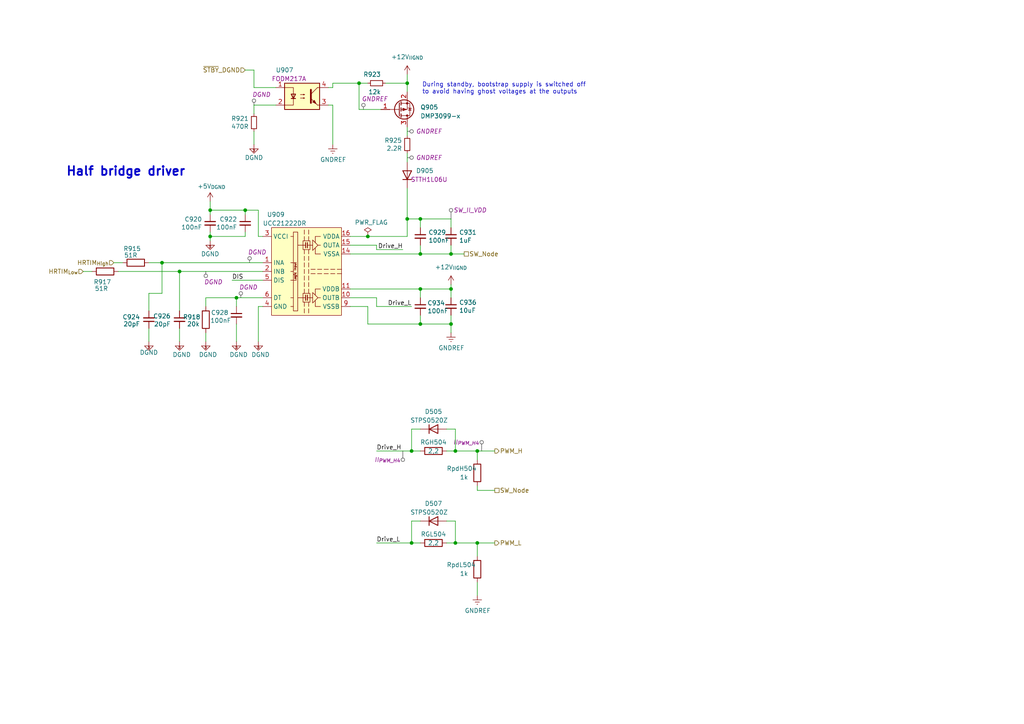
<source format=kicad_sch>
(kicad_sch (version 20250114) (generator "eeschema") (generator_version "9.0")
  (paper "A4")
  (title_block (title "Micro-inverter - 400W") (date "2024-02-06") (comment 1 "JAL"))
  (lib_symbols
    (symbol "D_Schottky_1" (pin_numbers (hide yes)) (pin_names (offset 1.016) (hide yes))
      (property "Reference" "D201" (at 1.27 2.54 90))
      (property "manf#" "PU3DBH" (at 5.08 0 90))
      (symbol "D_Schottky_1_0_1"
        (polyline (pts (xy 1.27 1.27) (xy 1.27 -1.27) (xy -1.27 0) (xy 1.27 1.27)) (stroke (width 0.254)))
        (polyline (pts (xy 1.27 0) (xy -1.27 0)))
      )
      (symbol "D_Schottky_1_1_1"
        (polyline (pts (xy -1.27 1.27) (xy -1.27 -1.27)) (stroke (width 0.254)))
        (pin passive line (at -3.81 0 0) (length 2.54) (name "K") (number "1"))
        (pin passive line (at 3.81 0 180) (length 2.54) (name "A") (number "2"))
      )
    )
    (symbol "Device:C_Small" (pin_numbers (hide yes)) (pin_names (offset 0.254) (hide yes))
      (property "Reference" "C" (at 0.254 1.778 0))
      (property "Value" "C_Small" (at 0.254 -2.032 0))
      (symbol "C_Small_0_1"
        (polyline (pts (xy -1.524 0.508) (xy 1.524 0.508)) (stroke (width 0.3048)))
        (polyline (pts (xy -1.524 -0.508) (xy 1.524 -0.508)) (stroke (width 0.3302)))
      )
      (symbol "C_Small_1_1"
        (pin passive line (at 0 2.54 270) (length 2.032) (name "~") (number "1"))
        (pin passive line (at 0 -2.54 90) (length 2.032) (name "~") (number "2"))
      )
    )
    (symbol "Device:D" (pin_numbers (hide yes)) (pin_names (offset 1.016) (hide yes))
      (property "Reference" "D" (at 0 2.54 0))
      (property "Value" "D" (at 0 -2.54 0))
      (symbol "D_0_1"
        (polyline (pts (xy -1.27 1.27) (xy -1.27 -1.27)) (stroke (width 0.254)))
        (polyline (pts (xy 1.27 1.27) (xy 1.27 -1.27) (xy -1.27 0) (xy 1.27 1.27)) (stroke (width 0.254)))
        (polyline (pts (xy 1.27 0) (xy -1.27 0)))
      )
      (symbol "D_1_1"
        (pin passive line (at -3.81 0 0) (length 2.54) (name "K") (number "1"))
        (pin passive line (at 3.81 0 180) (length 2.54) (name "A") (number "2"))
      )
    )
    (symbol "Device:Q_PMOS_GSD" (pin_names (offset 0) (hide yes))
      (property "Reference" "Q" (at 5.08 1.27 0))
      (property "Value" "Q_PMOS_GSD" (at 5.08 -1.27 0))
      (symbol "Q_PMOS_GSD_0_1"
        (polyline (pts (xy 0.254 1.905) (xy 0.254 -1.905)) (stroke (width 0.254)))
        (polyline (pts (xy 0.254 0) (xy -2.54 0)))
        (polyline (pts (xy 0.762 2.286) (xy 0.762 1.27)) (stroke (width 0.254)))
        (polyline (pts (xy 0.762 1.778) (xy 3.302 1.778) (xy 3.302 -1.778) (xy 0.762 -1.778)))
        (polyline (pts (xy 0.762 0.508) (xy 0.762 -0.508)) (stroke (width 0.254)))
        (polyline (pts (xy 0.762 -1.27) (xy 0.762 -2.286)) (stroke (width 0.254)))
        (circle (center 1.651 0) (radius 2.794) (stroke (width 0.254)))
        (polyline (pts (xy 2.286 0) (xy 1.27 0.381) (xy 1.27 -0.381) (xy 2.286 0)) (fill (type outline)))
        (polyline (pts (xy 2.54 2.54) (xy 2.54 1.778)))
        (circle (center 2.54 1.778) (radius 0.254) (fill (type outline)))
        (circle (center 2.54 -1.778) (radius 0.254) (fill (type outline)))
        (polyline (pts (xy 2.54 -2.54) (xy 2.54 0) (xy 0.762 0)))
        (polyline (pts (xy 2.794 -0.508) (xy 2.921 -0.381) (xy 3.683 -0.381) (xy 3.81 -0.254)))
        (polyline (pts (xy 3.302 -0.381) (xy 2.921 0.254) (xy 3.683 0.254) (xy 3.302 -0.381)))
      )
      (symbol "Q_PMOS_GSD_1_1"
        (pin input line (at -5.08 0 0) (length 2.54) (name "G") (number "1"))
        (pin passive line (at 2.54 5.08 270) (length 2.54) (name "D") (number "3"))
        (pin passive line (at 2.54 -5.08 90) (length 2.54) (name "S") (number "2"))
      )
    )
    (symbol "Device:R" (pin_numbers (hide yes)) (pin_names (offset 0))
      (property "Reference" "R" (at 2.032 0 90))
      (property "Value" "R" (at 0 0 90))
      (symbol "R_0_1"
        (rectangle (start -1.016 -2.54) (end 1.016 2.54) (stroke (width 0.254)))
      )
      (symbol "R_1_1"
        (pin passive line (at 0 3.81 270) (length 1.27) (name "~") (number "1"))
        (pin passive line (at 0 -3.81 90) (length 1.27) (name "~") (number "2"))
      )
    )
    (symbol "Device:R_Small" (pin_numbers (hide yes)) (pin_names (offset 0.254) (hide yes))
      (property "Reference" "R" (at 0.762 0.508 0))
      (property "Value" "R_Small" (at 0.762 -1.016 0))
      (symbol "R_Small_0_1"
        (rectangle (start -0.762 1.778) (end 0.762 -1.778) (stroke (width 0.2032)))
      )
      (symbol "R_Small_1_1"
        (pin passive line (at 0 2.54 270) (length 0.762) (name "~") (number "1"))
        (pin passive line (at 0 -2.54 90) (length 0.762) (name "~") (number "2"))
      )
    )
    (symbol "Driver_FET:UCC21520DW"
      (property "Reference" "U" (at 0 16.51 0))
      (property "Value" "UCC21520DW" (at 0 13.97 0))
      (symbol "UCC21520DW_0_0"
        (polyline (pts (xy -0.635 12.065) (xy -0.635 10.795)))
        (polyline (pts (xy -0.635 10.16) (xy -0.635 8.89)))
        (polyline (pts (xy -0.635 6.35) (xy -0.635 5.08)))
        (polyline (pts (xy -0.254 8.382) (xy -0.254 6.858)) (stroke (width 0.254)))
        (polyline (pts (xy -0.254 7.62) (xy -2.54 7.62)))
        (polyline (pts (xy -0.254 -6.858) (xy -0.254 -8.382)) (stroke (width 0.254)))
        (polyline (pts (xy -0.254 -7.62) (xy -2.54 -7.62)))
        (polyline (pts (xy 0.254 8.382) (xy 0.254 6.858)) (stroke (width 0.254)))
        (polyline (pts (xy 0.254 7.62) (xy 1.778 7.62)))
        (polyline (pts (xy 0.254 -6.858) (xy 0.254 -8.382)) (stroke (width 0.254)))
        (polyline (pts (xy 0.254 -7.62) (xy 1.778 -7.62)))
        (polyline (pts (xy 0.635 10.795) (xy 0.635 12.065)))
        (polyline (pts (xy 0.635 8.89) (xy 0.635 10.16)))
        (polyline (pts (xy 0.635 6.35) (xy 0.635 5.08)))
        (rectangle (start 1.016 8.89) (end -1.016 6.35))
        (rectangle (start 1.016 -6.35) (end -1.016 -8.89))
        (polyline (pts (xy 2.54 0.635) (xy 1.27 0.635)))
        (polyline (pts (xy 2.54 -0.635) (xy 1.27 -0.635)))
        (polyline (pts (xy 3.302 7.62) (xy 1.778 6.096) (xy 1.778 9.144) (xy 3.302 7.62)))
        (polyline (pts (xy 3.302 -7.62) (xy 1.778 -9.144) (xy 1.778 -6.096) (xy 3.302 -7.62)))
        (polyline (pts (xy 4.064 10.16) (xy 2.54 10.16) (xy 2.54 8.382)))
        (polyline (pts (xy 4.064 7.62) (xy 3.302 7.62)))
        (polyline (pts (xy 4.064 5.08) (xy 2.54 5.08) (xy 2.54 6.858)))
        (polyline (pts (xy 4.064 -5.08) (xy 2.54 -5.08) (xy 2.54 -6.858)))
        (polyline (pts (xy 4.064 -7.62) (xy 3.302 -7.62)))
        (polyline (pts (xy 4.064 -10.16) (xy 2.54 -10.16) (xy 2.54 -8.382)))
        (polyline (pts (xy 4.445 0.635) (xy 3.175 0.635)))
        (polyline (pts (xy 4.445 -0.635) (xy 3.175 -0.635)))
        (polyline (pts (xy 6.35 0.635) (xy 5.08 0.635)))
        (polyline (pts (xy 6.35 -0.635) (xy 5.08 -0.635)))
        (polyline (pts (xy 8.255 0.635) (xy 6.985 0.635)))
        (polyline (pts (xy 8.255 -0.635) (xy 6.985 -0.635)))
        (polyline (pts (xy 10.16 0.635) (xy 8.89 0.635)))
        (polyline (pts (xy 10.16 -0.635) (xy 8.89 -0.635)))
        (text "Logic Input" (at -3.302 0 900) (effects (font (size 0.635 0.635))))
      )
      (symbol "UCC21520DW_0_1"
        (rectangle (start -3.81 11.43) (end -2.54 -11.43))
        (polyline (pts (xy -3.81 10.16) (xy -4.572 10.16)))
        (polyline (pts (xy -3.81 2.54) (xy -4.572 2.54)))
        (polyline (pts (xy -3.81 0) (xy -4.572 0)))
        (polyline (pts (xy -3.81 -2.54) (xy -4.572 -2.54)))
        (polyline (pts (xy -3.81 -7.62) (xy -4.572 -7.62)))
        (polyline (pts (xy -3.81 -10.16) (xy -4.572 -10.16)))
        (polyline (pts (xy -0.635 4.445) (xy -0.635 3.175)))
        (polyline (pts (xy -0.635 2.54) (xy -0.635 1.27)))
        (polyline (pts (xy -0.635 0.635) (xy -0.635 -0.635)))
        (polyline (pts (xy -0.635 -1.27) (xy -0.635 -2.54)))
        (polyline (pts (xy -0.635 -3.175) (xy -0.635 -4.445)))
        (polyline (pts (xy -0.635 -5.08) (xy -0.635 -6.35)))
        (polyline (pts (xy -0.635 -8.89) (xy -0.635 -10.16)))
        (polyline (pts (xy -0.635 -10.795) (xy -0.635 -12.065)))
        (polyline (pts (xy 0.635 4.445) (xy 0.635 3.175)))
        (polyline (pts (xy 0.635 2.54) (xy 0.635 1.27)))
        (polyline (pts (xy 0.635 0.635) (xy 0.635 -0.635)))
        (polyline (pts (xy 0.635 -1.27) (xy 0.635 -2.54)))
        (polyline (pts (xy 0.635 -3.175) (xy 0.635 -4.445)))
        (polyline (pts (xy 0.635 -5.08) (xy 0.635 -6.35)))
        (polyline (pts (xy 0.635 -8.89) (xy 0.635 -10.16)))
        (polyline (pts (xy 0.635 -10.795) (xy 0.635 -12.065)))
        (rectangle (start 10.16 12.7) (end -10.16 -12.7) (fill (type background)))
      )
      (symbol "UCC21520DW_1_1"
        (pin power_in line (at -12.7 10.16 0) (length 2.54) (name "VCCI") (number "3"))
        (pin passive line (at -12.7 10.16 0) (length 2.54) (hide yes) (name "VCCI") (number "8"))
        (pin input line (at -12.7 2.54 0) (length 2.54) (name "INA") (number "1"))
        (pin input line (at -12.7 0 0) (length 2.54) (name "INB") (number "2"))
        (pin input line (at -12.7 -2.54 0) (length 2.54) (name "DIS") (number "5"))
        (pin passive line (at -12.7 -7.62 0) (length 2.54) (name "DT") (number "6"))
        (pin power_in line (at -12.7 -10.16 0) (length 2.54) (name "GND") (number "4"))
        (pin no_connect line (at -10.16 -5.08 0) (length 2.54) (hide yes) (name "NC") (number "7"))
        (pin no_connect line (at 10.16 2.54 180) (length 2.54) (hide yes) (name "NC") (number "13"))
        (pin no_connect line (at 10.16 -2.54 180) (length 2.54) (hide yes) (name "NC") (number "12"))
        (pin power_in line (at 12.7 10.16 180) (length 2.54) (name "VDDA") (number "16"))
        (pin output line (at 12.7 7.62 180) (length 2.54) (name "OUTA") (number "15"))
        (pin power_in line (at 12.7 5.08 180) (length 2.54) (name "VSSA") (number "14"))
        (pin power_in line (at 12.7 -5.08 180) (length 2.54) (name "VDDB") (number "11"))
        (pin output line (at 12.7 -7.62 180) (length 2.54) (name "OUTB") (number "10"))
        (pin power_in line (at 12.7 -10.16 180) (length 2.54) (name "VSSB") (number "9"))
      )
    )
    (symbol "Symbols:+12V_PGND" (power) (in_bom no) (on_board no)
      (property "Value" "+12V_PGND" (at -0.127 3.81 0))
      (symbol "+12V_PGND_0_1"
        (polyline (pts (xy -0.762 1.27) (xy 0 2.54)))
        (polyline (pts (xy 0 2.54) (xy 0.762 1.27)))
        (polyline (pts (xy 0 0) (xy 0 2.54)))
      )
      (symbol "+12V_PGND_1_1"
        (pin power_in line (at 0 0 90) (length 0) (hide yes) (name "+12V_PGND") (number "1"))
      )
    )
    (symbol "Symbols:+5V_DGND" (power) (in_bom no) (on_board no)
      (property "Value" "+5V_DGND" (at -0.127 3.81 0))
      (symbol "+5V_DGND_0_1"
        (polyline (pts (xy -0.762 1.27) (xy 0 2.54)))
        (polyline (pts (xy 0 2.54) (xy 0.762 1.27)))
        (polyline (pts (xy 0 0) (xy 0 2.54)))
      )
      (symbol "+5V_DGND_1_1"
        (pin power_in line (at 0 0 90) (length 0) (hide yes) (name "+5V_DGND") (number "1"))
      )
    )
    (symbol "Symbols:DGND" (power) (pin_names (offset 0))
      (property "Value" "DGND" (at 0 -3.81 0))
      (symbol "DGND_0_0"
        (text "D" (at 0 -1.778 0) (effects (font (size 0.63 0.63))))
      )
      (symbol "DGND_0_1"
        (polyline (pts (xy 0 0) (xy 0 -1.27) (xy 1.27 -1.27) (xy 0 -2.54) (xy -1.27 -1.27) (xy 0 -1.27)))
      )
      (symbol "DGND_1_1"
        (pin power_in line (at 0 0 270) (length 0) (hide yes) (name "DGND") (number "1"))
      )
    )
    (symbol "Symbols:FODM217A"
      (property "Reference" "U207" (at -5.08 7.62 0))
      (property "manf#" "FODM217A" (at -3.81 5.08 0))
      (symbol "FODM217A_1_1"
        (rectangle (start -5.08 3.81) (end 5.08 -3.81) (stroke (width 0.254)) (fill (type background)))
        (polyline (pts (xy -5.08 2.54) (xy -2.54 2.54) (xy -2.54 -0.762)))
        (polyline (pts (xy -3.175 -0.635) (xy -1.905 -0.635)) (stroke (width 0.254)))
        (polyline (pts (xy -2.54 -0.635) (xy -2.54 -2.54) (xy -5.08 -2.54)))
        (polyline (pts (xy -2.54 -0.635) (xy -3.175 0.635) (xy -1.905 0.635) (xy -2.54 -0.635)) (stroke (width 0.254)))
        (polyline (pts (xy -0.508 0.508) (xy 0.762 0.508) (xy 0.381 0.381) (xy 0.381 0.635) (xy 0.762 0.508)))
        (polyline (pts (xy -0.508 -0.508) (xy 0.762 -0.508) (xy 0.381 -0.635) (xy 0.381 -0.381) (xy 0.762 -0.508)))
        (polyline (pts (xy 2.54 1.905) (xy 2.54 -1.905) (xy 2.54 -1.905)) (stroke (width 0.508)))
        (polyline (pts (xy 2.54 0.635) (xy 4.445 2.54)))
        (polyline (pts (xy 3.048 -1.651) (xy 3.556 -1.143) (xy 4.064 -2.159) (xy 3.048 -1.651) (xy 3.048 -1.651)) (fill (type outline)))
        (polyline (pts (xy 4.445 2.54) (xy 5.08 2.54)))
        (polyline (pts (xy 4.445 -2.54) (xy 2.54 -0.635)) (fill (type outline)))
        (polyline (pts (xy 4.445 -2.54) (xy 5.08 -2.54)))
        (pin passive line (at -7.62 2.54 0) (length 2.54) (name "~") (number "1"))
        (pin passive line (at -7.62 -2.54 0) (length 2.54) (name "~") (number "2"))
        (pin passive line (at 7.62 2.54 180) (length 2.54) (name "~") (number "4"))
        (pin passive line (at 7.62 -2.54 180) (length 2.54) (name "~") (number "3"))
      )
    )
    (symbol "power:GNDREF" (power) (pin_names (offset 0))
      (property "Value" "GNDREF" (at 0 -3.81 0))
      (symbol "GNDREF_0_1"
        (polyline (pts (xy -0.635 -1.905) (xy 0.635 -1.905)))
        (polyline (pts (xy -0.127 -2.54) (xy 0.127 -2.54)))
        (polyline (pts (xy 0 -1.27) (xy 0 0)))
        (polyline (pts (xy 1.27 -1.27) (xy -1.27 -1.27)))
      )
      (symbol "GNDREF_1_1"
        (pin power_in line (at 0 0 270) (length 0) (hide yes) (name "GNDREF") (number "1"))
      )
    )
    (symbol "power:PWR_FLAG" (power) (pin_numbers (hide yes)) (pin_names (offset 0) (hide yes))
      (property "Value" "PWR_FLAG" (at 0 3.81 0))
      (symbol "PWR_FLAG_0_0"
        (pin power_out line (at 0 0 90) (length 0) (name "~") (number "1"))
      )
      (symbol "PWR_FLAG_0_1"
        (polyline (pts (xy 0 0) (xy 0 1.27) (xy -1.016 1.905) (xy 0 2.54) (xy 1.016 1.905) (xy 0 1.27)))
      )
    )
  )
  (text "Half bridge driver" (at 19.05 51.308 0) (effects (font (size 2.54 2.54) (thickness 0.5) (bold yes)) (justify left bottom)))
  (text "During standby, bootstrap supply is switched off \nto avoid having ghost voltages at the outputs" (at 122.428 27.432 0) (effects (font (size 1.27 1.27)) (justify left bottom)))
  (junction (at 119.38 130.81))
  (junction (at 130.81 93.98))
  (junction (at 132.08 157.48))
  (junction (at 119.38 157.48))
  (junction (at 106.68 68.58))
  (junction (at 46.99 76.2))
  (junction (at 121.92 93.98))
  (junction (at 118.11 63.5))
  (junction (at 71.12 60.96))
  (junction (at 130.81 83.82))
  (junction (at 60.96 60.96))
  (junction (at 138.43 157.48))
  (junction (at 118.11 24.13))
  (junction (at 68.58 86.36))
  (junction (at 60.96 68.58))
  (junction (at 104.14 24.13))
  (junction (at 52.07 78.74))
  (junction (at 121.92 83.82))
  (junction (at 121.92 63.5))
  (junction (at 121.92 73.66))
  (junction (at 132.08 130.81))
  (junction (at 130.81 73.66))
  (junction (at 138.43 130.81))
  (wire (pts (xy 111.76 24.13) (xy 118.11 24.13)))
  (wire (pts (xy 109.22 71.12) (xy 101.6 71.12)))
  (wire (pts (xy 130.81 93.98) (xy 130.81 96.52)))
  (wire (pts (xy 106.68 93.98) (xy 121.92 93.98)))
  (wire (pts (xy 119.38 151.13) (xy 119.38 157.48)))
  (wire (pts (xy 71.12 60.96) (xy 74.93 60.96)))
  (wire (pts (xy 130.81 83.82) (xy 130.81 86.36)))
  (wire (pts (xy 101.6 73.66) (xy 121.92 73.66)))
  (wire (pts (xy 138.43 161.29) (xy 138.43 157.48)))
  (wire (pts (xy 106.68 24.13) (xy 104.14 24.13)))
  (wire (pts (xy 138.43 130.81) (xy 138.43 133.35)))
  (wire (pts (xy 71.12 68.58) (xy 71.12 67.31)))
  (wire (pts (xy 138.43 157.48) (xy 132.08 157.48)))
  (wire (pts (xy 121.92 63.5) (xy 130.81 63.5)))
  (wire (pts (xy 109.22 88.9) (xy 119.38 88.9)))
  (wire (pts (xy 71.12 60.96) (xy 71.12 62.23)))
  (wire (pts (xy 143.51 157.48) (xy 138.43 157.48)))
  (wire (pts (xy 106.68 68.58) (xy 118.11 68.58)))
  (wire (pts (xy 24.13 78.74) (xy 26.67 78.74)))
  (wire (pts (xy 59.69 96.52) (xy 59.69 99.06)))
  (wire (pts (xy 43.18 85.09) (xy 43.18 90.17)))
  (wire (pts (xy 119.38 124.46) (xy 119.38 130.81)))
  (wire (pts (xy 59.69 86.36) (xy 68.58 86.36)))
  (wire (pts (xy 106.68 88.9) (xy 106.68 93.98)))
  (wire (pts (xy 43.18 85.09) (xy 46.99 85.09)))
  (wire (pts (xy 138.43 140.97) (xy 138.43 142.24)) (stroke (width 0.1524)))
  (wire (pts (xy 121.92 63.5) (xy 118.11 63.5)))
  (wire (pts (xy 118.11 44.45) (xy 118.11 46.99)))
  (wire (pts (xy 121.92 73.66) (xy 130.81 73.66)))
  (wire (pts (xy 109.22 88.9) (xy 109.22 86.36)))
  (wire (pts (xy 119.38 130.81) (xy 121.92 130.81)))
  (wire (pts (xy 60.96 60.96) (xy 71.12 60.96)))
  (wire (pts (xy 143.51 130.81) (xy 138.43 130.81)))
  (wire (pts (xy 96.52 30.48) (xy 95.25 30.48)))
  (wire (pts (xy 132.08 130.81) (xy 132.08 124.46)))
  (wire (pts (xy 96.52 24.13) (xy 96.52 25.4)))
  (wire (pts (xy 121.92 93.98) (xy 130.81 93.98)))
  (wire (pts (xy 76.2 88.9) (xy 74.93 88.9)))
  (wire (pts (xy 132.08 124.46) (xy 129.54 124.46)))
  (wire (pts (xy 34.29 78.74) (xy 52.07 78.74)))
  (wire (pts (xy 73.66 30.48) (xy 73.66 33.02)))
  (wire (pts (xy 60.96 58.42) (xy 60.96 60.96)))
  (wire (pts (xy 60.96 68.58) (xy 60.96 69.85)))
  (wire (pts (xy 73.66 20.32) (xy 73.66 25.4)))
  (wire (pts (xy 43.18 76.2) (xy 46.99 76.2)))
  (wire (pts (xy 101.6 83.82) (xy 121.92 83.82)))
  (wire (pts (xy 121.92 71.12) (xy 121.92 73.66)))
  (wire (pts (xy 138.43 168.91) (xy 138.43 172.72)) (stroke (width 0.1524)))
  (wire (pts (xy 132.08 151.13) (xy 129.54 151.13)))
  (wire (pts (xy 68.58 88.9) (xy 68.58 86.36)))
  (wire (pts (xy 130.81 73.66) (xy 134.62 73.66)))
  (wire (pts (xy 138.43 130.81) (xy 132.08 130.81)))
  (wire (pts (xy 130.81 91.44) (xy 130.81 93.98)))
  (wire (pts (xy 43.18 99.06) (xy 43.18 95.25)))
  (wire (pts (xy 60.96 67.31) (xy 60.96 68.58)))
  (wire (pts (xy 119.38 130.81) (xy 109.22 130.81)))
  (wire (pts (xy 73.66 38.1) (xy 73.66 41.91)))
  (wire (pts (xy 74.93 88.9) (xy 74.93 99.06)))
  (wire (pts (xy 104.14 24.13) (xy 104.14 31.75)))
  (wire (pts (xy 132.08 130.81) (xy 129.54 130.81)))
  (wire (pts (xy 74.93 68.58) (xy 76.2 68.58)))
  (wire (pts (xy 74.93 60.96) (xy 74.93 68.58)))
  (wire (pts (xy 121.92 151.13) (xy 119.38 151.13)))
  (wire (pts (xy 118.11 24.13) (xy 118.11 21.59)))
  (wire (pts (xy 119.38 157.48) (xy 109.22 157.48)))
  (wire (pts (xy 96.52 24.13) (xy 104.14 24.13)))
  (wire (pts (xy 101.6 68.58) (xy 106.68 68.58)))
  (wire (pts (xy 46.99 85.09) (xy 46.99 76.2)))
  (wire (pts (xy 52.07 78.74) (xy 76.2 78.74)))
  (wire (pts (xy 60.96 60.96) (xy 60.96 62.23)))
  (wire (pts (xy 138.43 142.24) (xy 143.51 142.24)) (stroke (width 0.1524)))
  (wire (pts (xy 73.66 30.48) (xy 80.01 30.48)))
  (wire (pts (xy 68.58 93.98) (xy 68.58 99.06)))
  (wire (pts (xy 121.92 83.82) (xy 130.81 83.82)))
  (wire (pts (xy 130.81 82.55) (xy 130.81 83.82)))
  (wire (pts (xy 96.52 30.48) (xy 96.52 41.91)))
  (wire (pts (xy 95.25 25.4) (xy 96.52 25.4)))
  (wire (pts (xy 121.92 66.04) (xy 121.92 63.5)))
  (wire (pts (xy 132.08 157.48) (xy 132.08 151.13)))
  (wire (pts (xy 130.81 73.66) (xy 130.81 71.12)))
  (wire (pts (xy 46.99 76.2) (xy 76.2 76.2)))
  (wire (pts (xy 121.92 91.44) (xy 121.92 93.98)))
  (wire (pts (xy 52.07 78.74) (xy 52.07 90.17)))
  (wire (pts (xy 109.22 86.36) (xy 101.6 86.36)))
  (wire (pts (xy 101.6 88.9) (xy 106.68 88.9)))
  (wire (pts (xy 121.92 83.82) (xy 121.92 86.36)))
  (wire (pts (xy 67.31 81.28) (xy 76.2 81.28)))
  (wire (pts (xy 71.12 20.32) (xy 73.66 20.32)))
  (wire (pts (xy 118.11 26.67) (xy 118.11 24.13)))
  (wire (pts (xy 132.08 157.48) (xy 129.54 157.48)))
  (wire (pts (xy 52.07 95.25) (xy 52.07 99.06)))
  (wire (pts (xy 73.66 25.4) (xy 80.01 25.4)))
  (wire (pts (xy 118.11 36.83) (xy 118.11 39.37)))
  (wire (pts (xy 121.92 157.48) (xy 119.38 157.48)))
  (wire (pts (xy 109.22 72.39) (xy 109.22 71.12)))
  (wire (pts (xy 118.11 54.61) (xy 118.11 63.5)))
  (wire (pts (xy 104.14 31.75) (xy 110.49 31.75)))
  (wire (pts (xy 33.02 76.2) (xy 35.56 76.2)))
  (wire (pts (xy 118.11 63.5) (xy 118.11 68.58)))
  (wire (pts (xy 60.96 68.58) (xy 71.12 68.58)))
  (wire (pts (xy 109.22 72.39) (xy 116.84 72.39)))
  (wire (pts (xy 130.81 63.5) (xy 130.81 66.04)))
  (wire (pts (xy 121.92 124.46) (xy 119.38 124.46)))
  (wire (pts (xy 59.69 86.36) (xy 59.69 88.9)))
  (wire (pts (xy 68.58 86.36) (xy 76.2 86.36)))
  (label "DIS" (at 67.31 81.28 0))
  (label "Drive_H" (at 116.84 72.39 180))
  (label "Drive_H" (at 109.22 130.81 0))
  (label "Drive_L" (at 119.38 88.9 180))
  (label "Drive_L" (at 109.22 157.48 0))
  (hierarchical_label "HRTIM_{Low}" (shape input) (at 24.13 78.74 180))
  (hierarchical_label "SW_Node" (shape passive) (at 143.51 142.24 0))
  (hierarchical_label "SW_Node" (shape passive) (at 134.62 73.66 0))
  (hierarchical_label "PWM_L" (shape output) (at 143.51 157.48 0))
  (hierarchical_label "HRTIM_{High}" (shape input) (at 33.02 76.2 180))
  (hierarchical_label "~{STBY}_DGND" (shape input) (at 71.12 20.32 180))
  (hierarchical_label "PWM_H" (shape output) (at 143.51 130.81 0))
  (netclass_flag "" (length 1.27) (shape round) (at 73.66 30.48 0) (property "Netclass" "DGND" (at 73.152 27.432 0) (effects (font (italic yes)) (justify left))))
  (netclass_flag "" (length 2.54) (shape round) (at 116.84 130.81 180) (property "Netclass" "II_{PWM_H4}" (at 116.1415 133.35 0) (effects (font (italic yes)) (justify right))))
  (netclass_flag "" (length 1.27) (shape round) (at 59.69 78.74 180) (property "Netclass" "DGND" (at 59.182 81.788 0) (effects (font (italic yes)) (justify left))))
  (netclass_flag "" (length 2.54) (shape round) (at 139.7 130.81 0) (property "Netclass" "II_{PWM_H4}" (at 139.0015 128.27 0) (effects (font (italic yes)) (justify right))))
  (netclass_flag "" (length 1.27) (shape round) (at 69.85 86.36 0) (property "Netclass" "DGND" (at 69.342 83.312 0) (effects (font (italic yes)) (justify left))))
  (netclass_flag "" (length 1.27) (shape round) (at 105.41 31.75 0) (property "Netclass" "GNDREF" (at 104.902 28.702 0) (effects (font (italic yes)) (justify left))))
  (netclass_flag "" (length 1.27) (shape round) (at 118.11 45.72 270) (property "Netclass" "GNDREF" (at 120.65 45.72 0) (effects (font (italic yes)) (justify left))))
  (netclass_flag "" (length 1.27) (shape round) (at 72.39 76.2 0) (property "Netclass" "DGND" (at 71.882 73.152 0) (effects (font (italic yes)) (justify left))))
  (netclass_flag "" (length 2.54) (shape round) (at 130.81 63.5 0) (property "Netclass" "SW_II_VDD" (at 131.5085 60.96 0) (effects (font (italic yes)) (justify left))))
  (netclass_flag "" (length 1.27) (shape round) (at 118.11 38.1 270) (property "Netclass" "GNDREF" (at 120.65 38.1 0) (effects (font (italic yes)) (justify left))))
  (symbol (lib_id "Device:D") (at 125.73 151.13 0) (unit 1)
    (property "Reference" "D502" (at 125.73 146.05 0))
    (property "Value" "STPS0520Z" (at 124.46 148.59 0))
    (property "Footprint" "Diode_SMD:D_SOD-323" (effects (hide yes)))
    (property "Datasheet" "https://www.st.com/resource/en/datasheet/stps0520z.pdf" (effects (hide yes)))
    (instances (project "DAB" (path "" (reference "D507") (unit 1)) (path "" (reference "D504") (unit 1)) (path "" (reference "D508") (unit 1)) (path "" (reference "D511") (unit 1)) (path "" (reference "D512") (unit 1)) (path "" (reference "D502") (unit 1))))
  )
  (symbol (lib_id "Device:Q_PMOS_GSD") (at 115.57 31.75 0) (mirror x) (unit 1)
    (property "Reference" "Q902" (at 121.92 31.115 0) (effects (justify left)))
    (property "Value" "DMP3099-x" (at 121.92 33.655 0) (effects (justify left)))
    (property "Footprint" "Footprints:SOT-23" (effects (hide yes)))
    (property "Datasheet" "${KIPRJMOD}\\datasheets\\DMP3099L.pdf" (effects (hide yes)))
    (property "Functionnal block" "POWER" (effects (hide yes)))
    (instances (project "DAB" (path "" (reference "Q905") (unit 1)) (path "" (reference "Q903") (unit 1)) (path "" (reference "Q904") (unit 1)) (path "" (reference "Q906") (unit 1)) (path "" (reference "Q907") (unit 1)) (path "" (reference "Q902") (unit 1))))
  )
  (symbol (lib_id "Device:R") (at 125.73 157.48 90) (unit 1)
    (property "Reference" "RGL501" (at 125.73 154.94 90))
    (property "Value" "2,2" (at 125.73 157.48 90))
    (property "Footprint" "Resistor_SMD:R_0805_2012Metric" (effects (hide yes)))
    (instances (project "DAB" (path "" (reference "RGL504") (unit 1)) (path "" (reference "RGL502") (unit 1)) (path "" (reference "RGL503") (unit 1)) (path "" (reference "RGL506") (unit 1)) (path "" (reference "RGL505") (unit 1)) (path "" (reference "RGL501") (unit 1))))
  )
  (symbol (lib_id "Symbols:+5V_DGND") (at 60.96 58.42 0) (unit 1) (in_bom no) (on_board no)
    (property "Reference" "#PWR0905" (effects (hide yes)))
    (property "Value" "+5V_{DGND}" (at 61.341 54.0258 0))
    (instances (project "DAB" (path "" (reference "#PWR0910") (unit 1)) (path "" (reference "#PWR0907") (unit 1)) (path "" (reference "#PWR0908") (unit 1)) (path "" (reference "#PWR0911") (unit 1)) (path "" (reference "#PWR0912") (unit 1)) (path "" (reference "#PWR0905") (unit 1))))
  )
  (symbol (lib_id "Device:C_Small") (at 43.18 92.71 180) (unit 1)
    (property "Reference" "C906" (at 40.64 91.948 0) (effects (justify left)))
    (property "Value" "20pF" (at 40.64 93.98 0) (effects (justify left)))
    (property "Footprint" "Footprints:C_0805_2012Metric" (effects (hide yes)))
    (property "Datasheet" "${KIPRJMOD}\\datasheet\\UPY_GP_NP0_16V_to_50V_18-1730511.pdf" (effects (hide yes)))
    (property "manf#" "CC0805JRNPO9BN200" (effects (hide yes)))
    (property "Functional Block" "Driver" (effects (hide yes)))
    (property "Metal content" "BaTiO3" (effects (hide yes)))
    (property "Subfunction" "Driver input" (effects (hide yes)))
    (property "Package" "0805" (effects (hide yes)))
    (property "Dielectric" "NP0" (effects (hide yes)))
    (property "Voltage" "50V" (effects (hide yes)))
    (instances (project "DAB" (path "" (reference "C924") (unit 1)) (path "" (reference "C907") (unit 1)) (path "" (reference "C923") (unit 1)) (path "" (reference "C942") (unit 1)) (path "" (reference "C941") (unit 1)) (path "" (reference "C906") (unit 1))))
  )
  (symbol (lib_id "Device:R") (at 30.48 78.74 90) (unit 1)
    (property "Reference" "R904" (at 32.258 81.788 90) (effects (justify left)))
    (property "Value" "51R" (at 31.369 83.693 90) (effects (justify left)))
    (property "Footprint" "Footprints:R_0805_2012Metric" (effects (hide yes)))
    (property "Datasheet" "${KIPRJMOD}\\datasheet\\cr-1858361.pdf" (effects (hide yes)))
    (property "manf#" "CR0805-FX-51R0ELF" (effects (hide yes)))
    (property "Functional Block" "Driver" (effects (hide yes)))
    (property "Metal content" "NiCr" (effects (hide yes)))
    (property "Subfunction" "Driver input" (effects (hide yes)))
    (property "Package" "0805" (effects (hide yes)))
    (property "Technology" "Thick film" (effects (hide yes)))
    (instances (project "DAB" (path "" (reference "R917") (unit 1)) (path "" (reference "R906") (unit 1)) (path "" (reference "R916") (unit 1)) (path "" (reference "R928") (unit 1)) (path "" (reference "R929") (unit 1)) (path "" (reference "R904") (unit 1))))
  )
  (symbol (lib_id "Device:C_Small") (at 130.81 68.58 0) (unit 1)
    (property "Reference" "C913" (at 133.1468 67.4116 0) (effects (justify left)))
    (property "Value" "1uF" (at 133.1468 69.723 0) (effects (justify left)))
    (property "Footprint" "Footprints:C_0805_2012Metric" (effects (hide yes)))
    (property "Datasheet" "${KIPRJMOD}\\datasheet\\taiyo_yuden_12132018_mlcc11_hq_e-1510082.pdf" (effects (hide yes)))
    (property "manf#" "UMK212B7105KGHT" (effects (hide yes)))
    (property "Functional Block" "Driver" (effects (hide yes)))
    (property "Metal content" "BaTiO3" (effects (hide yes)))
    (property "Subfunction" "Driver bootstrap" (effects (hide yes)))
    (property "Package" "0805" (effects (hide yes)))
    (property "Dielectric" "X7R" (effects (hide yes)))
    (property "Voltage" "50V" (effects (hide yes)))
    (instances (project "DAB" (path "" (reference "C931") (unit 1)) (path "" (reference "C916") (unit 1)) (path "" (reference "C932") (unit 1)) (path "" (reference "C949") (unit 1)) (path "" (reference "C950") (unit 1)) (path "" (reference "C913") (unit 1))))
  )
  (symbol (lib_id "Symbols:DGND") (at 60.96 69.85 0) (unit 1)
    (property "Reference" "#PWR0119" (effects (hide yes)))
    (property "Value" "DGND" (at 60.96 73.66 0))
    (instances (project "DAB" (path "" (reference "#PWR0144") (unit 1)) (path "" (reference "#PWR0122") (unit 1)) (path "" (reference "#PWR0143") (unit 1)) (path "" (reference "#PWR0164") (unit 1)) (path "" (reference "#PWR0163") (unit 1)) (path "" (reference "#PWR0119") (unit 1))))
  )
  (symbol (lib_id "Symbols:DGND") (at 52.07 99.06 0) (unit 1)
    (property "Reference" "#PWR0128" (effects (hide yes)))
    (property "Value" "DGND" (at 52.705 102.87 0))
    (instances (project "DAB" (path "" (reference "#PWR0147") (unit 1)) (path "" (reference "#PWR0129") (unit 1)) (path "" (reference "#PWR0148") (unit 1)) (path "" (reference "#PWR0167") (unit 1)) (path "" (reference "#PWR0168") (unit 1)) (path "" (reference "#PWR0128") (unit 1))))
  )
  (symbol (lib_id "Device:C_Small") (at 60.96 64.77 0) (mirror y) (unit 1)
    (property "Reference" "C901" (at 58.6232 63.6016 0) (effects (justify left)))
    (property "Value" "100nF" (at 58.6232 65.913 0) (effects (justify left)))
    (property "Footprint" "Capacitor_SMD:C_1206_3216Metric" (effects (hide yes)))
    (property "Datasheet" "${KIPRJMOD}\\datasheet\\KEM_C1002_X7R_SMD-3316098.pdf" (effects (hide yes)))
    (property "manf#" "C1206C104K5RAC7867" (effects (hide yes)))
    (property "Functional Block" "Driver" (effects (hide yes)))
    (property "Metal content" "BaTiO3" (effects (hide yes)))
    (property "Subfunction" "Driver decoupling" (effects (hide yes)))
    (property "Package" "1206" (effects (hide yes)))
    (property "Dielectric" "X7R" (effects (hide yes)))
    (property "Voltage" "50V" (effects (hide yes)))
    (instances (project "DAB" (path "" (reference "C920") (unit 1)) (path "" (reference "C902") (unit 1)) (path "" (reference "C903") (unit 1)) (path "" (reference "C937") (unit 1)) (path "" (reference "C938") (unit 1)) (path "" (reference "C901") (unit 1))))
  )
  (symbol (lib_id "Device:R_Small") (at 73.66 35.56 0) (mirror y) (unit 1)
    (property "Reference" "R908" (at 72.1614 34.3916 0) (effects (justify left)))
    (property "Value" "470R" (at 72.1614 36.703 0) (effects (justify left)))
    (property "Footprint" "Footprints:R_0805_2012Metric" (effects (hide yes)))
    (property "Datasheet" "${KIPRJMOD}\\datasheet\\cr-1858361.pdf" (effects (hide yes)))
    (property "manf#" "CR0805-FX-4700ELF" (effects (hide yes)))
    (property "Functional Block" "Measurement" (effects (hide yes)))
    (property "Metal content" "NiCr" (effects (hide yes)))
    (property "Package" "0805" (effects (hide yes)))
    (property "Technology" "Thick film" (effects (hide yes)))
    (instances (project "DAB" (path "" (reference "R921") (unit 1)) (path "" (reference "R910") (unit 1)) (path "" (reference "R920") (unit 1)) (path "" (reference "R933") (unit 1)) (path "" (reference "R932") (unit 1)) (path "" (reference "R908") (unit 1))))
  )
  (symbol (lib_id "Device:C_Small") (at 52.07 92.71 0) (mirror y) (unit 1)
    (property "Reference" "C908" (at 49.53 91.694 0) (effects (justify left)))
    (property "Value" "20pF" (at 49.53 94.0054 0) (effects (justify left)))
    (property "Footprint" "Footprints:C_0805_2012Metric" (effects (hide yes)))
    (property "Datasheet" "${KIPRJMOD}\\datasheet\\UPY_GP_NP0_16V_to_50V_18-1730511.pdf" (effects (hide yes)))
    (property "manf#" "CC0805JRNPO9BN200" (effects (hide yes)))
    (property "Functional Block" "Driver" (effects (hide yes)))
    (property "Metal content" "BaTiO3" (effects (hide yes)))
    (property "Subfunction" "Driver input" (effects (hide yes)))
    (property "Package" "0805" (effects (hide yes)))
    (property "Dielectric" "NP0" (effects (hide yes)))
    (property "Voltage" "50V" (effects (hide yes)))
    (instances (project "DAB" (path "" (reference "C926") (unit 1)) (path "" (reference "C909") (unit 1)) (path "" (reference "C925") (unit 1)) (path "" (reference "C944") (unit 1)) (path "" (reference "C943") (unit 1)) (path "" (reference "C908") (unit 1))))
  )
  (symbol (lib_id "Device:R") (at 138.43 165.1 180) (unit 1)
    (property "Reference" "RpdL501" (at 129.54 163.83 0) (effects (justify right)))
    (property "Value" "1k" (at 133.35 166.37 0) (effects (justify right)))
    (property "Footprint" "Resistor_SMD:R_0805_2012Metric" (effects (hide yes)))
    (instances (project "DAB" (path "" (reference "RpdL504") (unit 1)) (path "" (reference "RpdL502") (unit 1)) (path "" (reference "RpdL503") (unit 1)) (path "" (reference "RpdL506") (unit 1)) (path "" (reference "RpdL505") (unit 1)) (path "" (reference "RpdL501") (unit 1))))
  )
  (symbol (lib_id "Device:R") (at 125.73 130.81 90) (unit 1)
    (property "Reference" "RGH501" (at 125.73 128.27 90))
    (property "Value" "2,2" (at 125.73 130.81 90))
    (property "Footprint" "Resistor_SMD:R_0805_2012Metric" (effects (hide yes)))
    (instances (project "DAB" (path "" (reference "RGH504") (unit 1)) (path "" (reference "RGH502") (unit 1)) (path "" (reference "RGH503") (unit 1)) (path "" (reference "RGH505") (unit 1)) (path "" (reference "RGH506") (unit 1)) (path "" (reference "RGH501") (unit 1))))
  )
  (symbol (lib_id "Symbols:+12V_PGND") (at 130.81 82.55 0) (unit 1) (in_bom no) (on_board no)
    (property "Reference" "#PWR0901" (effects (hide yes)))
    (property "Value" "+12V_{IIGND}" (at 130.81 77.47 0))
    (instances (project "DAB" (path "" (reference "#PWR0904") (unit 1)) (path "" (reference "#PWR0902") (unit 1)) (path "" (reference "#PWR0903") (unit 1)) (path "" (reference "#PWR0919") (unit 1)) (path "" (reference "#PWR0920") (unit 1)) (path "" (reference "#PWR0901") (unit 1))))
  )
  (symbol (lib_id "Device:C_Small") (at 68.58 91.44 0) (mirror y) (unit 1)
    (property "Reference" "C910" (at 66.294 90.678 0) (effects (justify left)))
    (property "Value" "100nF" (at 67.056 92.964 0) (effects (justify left)))
    (property "Footprint" "Capacitor_SMD:C_1206_3216Metric" (effects (hide yes)))
    (property "Datasheet" "${KIPRJMOD}\\datasheet\\KEM_C1002_X7R_SMD-3316098.pdf" (effects (hide yes)))
    (property "manf#" "C1206C104K5RAC7867" (effects (hide yes)))
    (property "Functional Block" "Driver" (effects (hide yes)))
    (property "Metal content" "BaTiO3" (effects (hide yes)))
    (property "Subfunction" "Driver decoupling" (effects (hide yes)))
    (property "Package" "1206" (effects (hide yes)))
    (property "Dielectric" "X7R" (effects (hide yes)))
    (property "Voltage" "50V" (effects (hide yes)))
    (instances (project "DAB" (path "" (reference "C928") (unit 1)) (path "" (reference "C912") (unit 1)) (path "" (reference "C927") (unit 1)) (path "" (reference "C946") (unit 1)) (path "" (reference "C945") (unit 1)) (path "" (reference "C910") (unit 1))))
  )
  (symbol (lib_id "Symbols:+12V_PGND") (at 118.11 21.59 0) (unit 1) (in_bom no) (on_board no)
    (property "Reference" "#PWR0906" (effects (hide yes)))
    (property "Value" "+12V_{IIGND}" (at 118.11 16.51 0))
    (instances (project "DAB" (path "" (reference "#PWR0913") (unit 1)) (path "" (reference "#PWR0909") (unit 1)) (path "" (reference "#PWR0914") (unit 1)) (path "" (reference "#PWR0921") (unit 1)) (path "" (reference "#PWR0922") (unit 1)) (path "" (reference "#PWR0906") (unit 1))))
  )
  (symbol (lib_id "Driver_FET:UCC21520DW") (at 88.9 78.74 0) (unit 1)
    (property "Reference" "U904" (at 80.01 62.23 0))
    (property "Value" "UCC21222DR" (at 82.55 64.77 0))
    (property "Footprint" "Package_SO:SOIC-16_3.9x9.9mm_P1.27mm" (effects (hide yes)))
    (property "Datasheet" "${KIPRJMOD}\\datasheets\\ucc21222.pdf" (effects (hide yes)))
    (property "manf#" "UCC21222DR" (effects (hide yes)))
    (property "Functional Block" "Driver" (effects (hide yes)))
    (property "Subfunction" "Driver" (effects (hide yes)))
    (instances (project "DAB" (path "" (reference "U909") (unit 1)) (path "" (reference "U905") (unit 1)) (path "" (reference "U908") (unit 1)) (path "" (reference "U913") (unit 1)) (path "" (reference "U912") (unit 1)) (path "" (reference "U904") (unit 1))))
  )
  (symbol (lib_id "Symbols:DGND") (at 68.58 99.06 0) (unit 1)
    (property "Reference" "#PWR0135" (effects (hide yes)))
    (property "Value" "DGND" (at 69.215 102.87 0))
    (instances (project "DAB" (path "" (reference "#PWR0141") (unit 1)) (path "" (reference "#PWR0137") (unit 1)) (path "" (reference "#PWR0138") (unit 1)) (path "" (reference "#PWR0155") (unit 1)) (path "" (reference "#PWR0156") (unit 1)) (path "" (reference "#PWR0135") (unit 1))))
  )
  (symbol (lib_id "Device:R") (at 59.69 92.71 180) (unit 1)
    (property "Reference" "R905" (at 58.166 91.948 0) (effects (justify left)))
    (property "Value" "20k" (at 57.912 93.98 0) (effects (justify left)))
    (property "Footprint" "Footprints:R_0805_2012Metric" (effects (hide yes)))
    (property "Datasheet" "${KIPRJMOD}\\datasheet\\PYu_RT_1_to_0_01_RoHS_L_12-3003070.pdf" (effects (hide yes)))
    (property "manf#" "RT0805DRD0720KL" (effects (hide yes)))
    (property "Functional Block" "Driver" (effects (hide yes)))
    (property "Metal content" "NiCr" (effects (hide yes)))
    (property "Subfunction" "Deadtime setting" (effects (hide yes)))
    (property "Package" "0805" (effects (hide yes)))
    (property "Technology" "Thin film" (effects (hide yes)))
    (instances (project "DAB" (path "" (reference "R918") (unit 1)) (path "" (reference "R907") (unit 1)) (path "" (reference "R919") (unit 1)) (path "" (reference "R930") (unit 1)) (path "" (reference "R931") (unit 1)) (path "" (reference "R905") (unit 1))))
  )
  (symbol (lib_id "power:GNDREF") (at 96.52 41.91 0) (unit 1)
    (property "Reference" "#PWR0127" (effects (hide yes)))
    (property "Value" "GNDREF" (at 96.647 46.3042 0))
    (instances (project "DAB" (path "" (reference "#PWR0154") (unit 1)) (path "" (reference "#PWR0130") (unit 1)) (path "" (reference "#PWR0153") (unit 1)) (path "" (reference "#PWR0174") (unit 1)) (path "" (reference "#PWR0173") (unit 1)) (path "" (reference "#PWR0127") (unit 1))))
  )
  (symbol (lib_id "Device:C_Small") (at 130.81 88.9 0) (unit 1)
    (property "Reference" "C917" (at 133.1468 87.7316 0) (effects (justify left)))
    (property "Value" "10uF" (at 133.1468 90.043 0) (effects (justify left)))
    (property "Footprint" "Footprints:C_1210_3225Metric" (effects (hide yes)))
    (property "Datasheet" "${KIPRJMOD}\\datasheet\\MLCC-1837944.pdf" (effects (hide yes)))
    (property "manf#" "CL32B106KBJNNNE" (effects (hide yes)))
    (property "Functional Block" "Driver" (effects (hide yes)))
    (property "Metal content" "BaTiO3" (effects (hide yes)))
    (property "Subfunction" "Driver decoupling" (effects (hide yes)))
    (property "Package" "1210" (effects (hide yes)))
    (property "Dielectric" "X7R" (effects (hide yes)))
    (property "Voltage" "50V" (effects (hide yes)))
    (instances (project "DAB" (path "" (reference "C936") (unit 1)) (path "" (reference "C919") (unit 1)) (path "" (reference "C935") (unit 1)) (path "" (reference "C954") (unit 1)) (path "" (reference "C953") (unit 1)) (path "" (reference "C917") (unit 1))))
  )
  (symbol (lib_id "Device:C_Small") (at 71.12 64.77 0) (mirror y) (unit 1)
    (property "Reference" "C904" (at 68.7832 63.6016 0) (effects (justify left)))
    (property "Value" "100nF" (at 68.7832 65.913 0) (effects (justify left)))
    (property "Footprint" "Capacitor_SMD:C_1206_3216Metric" (effects (hide yes)))
    (property "Datasheet" "${KIPRJMOD}\\datasheet\\KEM_C1002_X7R_SMD-3316098.pdf" (effects (hide yes)))
    (property "manf#" "C1206C104K5RAC7867" (effects (hide yes)))
    (property "Functional Block" "Driver" (effects (hide yes)))
    (property "Metal content" "BaTiO3" (effects (hide yes)))
    (property "Subfunction" "Driver decoupling" (effects (hide yes)))
    (property "Package" "1206" (effects (hide yes)))
    (property "Dielectric" "X7R" (effects (hide yes)))
    (property "Voltage" "50V" (effects (hide yes)))
    (instances (project "DAB" (path "" (reference "C922") (unit 1)) (path "" (reference "C905") (unit 1)) (path "" (reference "C921") (unit 1)) (path "" (reference "C940") (unit 1)) (path "" (reference "C939") (unit 1)) (path "" (reference "C904") (unit 1))))
  )
  (symbol (lib_id "Device:C_Small") (at 121.92 88.9 0) (unit 1)
    (property "Reference" "C915" (at 123.952 87.884 0) (effects (justify left)))
    (property "Value" "100nF" (at 123.952 90.1954 0) (effects (justify left)))
    (property "Footprint" "Capacitor_SMD:C_1206_3216Metric" (effects (hide yes)))
    (property "Datasheet" "${KIPRJMOD}\\datasheet\\KEM_C1002_X7R_SMD-3316098.pdf" (effects (hide yes)))
    (property "manf#" "C1206C104K5RAC7867" (effects (hide yes)))
    (property "Functional Block" "Driver" (effects (hide yes)))
    (property "Metal content" "BaTiO3" (effects (hide yes)))
    (property "Subfunction" "Driver decoupling" (effects (hide yes)))
    (property "Package" "1206" (effects (hide yes)))
    (property "Dielectric" "X7R" (effects (hide yes)))
    (property "Voltage" "50V" (effects (hide yes)))
    (instances (project "DAB" (path "" (reference "C934") (unit 1)) (path "" (reference "C918") (unit 1)) (path "" (reference "C933") (unit 1)) (path "" (reference "C952") (unit 1)) (path "" (reference "C951") (unit 1)) (path "" (reference "C915") (unit 1))))
  )
  (symbol (lib_id "Symbols:FODM217A") (at 87.63 27.94 0) (unit 1)
    (property "Reference" "U902" (at 82.55 20.32 0))
    (property "Value" "FODM217A" (effects (hide yes)))
    (property "Footprint" "Package_SO:SO-4_4.4x2.3mm_P1.27mm" (effects (hide yes)))
    (property "Datasheet" "${KIPRJMOD}\\datasheets\\FODM214-D.pdf" (effects (hide yes)))
    (property "manf#" "FODM217A" (at 83.82 22.86 0))
    (property "Functional Block" "Driver" (effects (hide yes)))
    (property "Subfunction" "STBY driver" (effects (hide yes)))
    (instances (project "DAB" (path "" (reference "U907") (unit 1)) (path "" (reference "U903") (unit 1)) (path "" (reference "U906") (unit 1)) (path "" (reference "U911") (unit 1)) (path "" (reference "U910") (unit 1)) (path "" (reference "U902") (unit 1))))
  )
  (symbol (lib_id "power:PWR_FLAG") (at 106.68 68.58 0) (unit 1)
    (property "Reference" "#FLG0902" (effects (hide yes)))
    (property "Value" "PWR_FLAG" (at 107.696 64.516 0))
    (property "Description" "Special symbol for telling ERC where power comes from" (effects (hide yes)))
    (instances (project "DAB" (path "" (reference "#FLG0904") (unit 1)) (path "" (reference "#FLG0903") (unit 1)) (path "" (reference "#FLG0905") (unit 1)) (path "" (reference "#FLG0907") (unit 1)) (path "" (reference "#FLG0906") (unit 1)) (path "" (reference "#FLG0902") (unit 1))))
  )
  (symbol (lib_id "power:GNDREF") (at 138.43 172.72 0) (unit 1)
    (property "Reference" "#PWR0139" (effects (hide yes)))
    (property "Value" "GNDREF" (at 138.557 177.1142 0))
    (instances (project "DAB" (path "" (reference "#PWR0157") (unit 1)) (path "" (reference "#PWR0140") (unit 1)) (path "" (reference "#PWR0158") (unit 1)) (path "" (reference "#PWR0178") (unit 1)) (path "" (reference "#PWR0177") (unit 1)) (path "" (reference "#PWR0139") (unit 1))))
  )
  (symbol (lib_id "Device:C_Small") (at 121.92 68.58 0) (unit 1)
    (property "Reference" "C911" (at 124.2568 67.4116 0) (effects (justify left)))
    (property "Value" "100nF" (at 124.2568 69.723 0) (effects (justify left)))
    (property "Footprint" "Capacitor_SMD:C_1206_3216Metric" (effects (hide yes)))
    (property "Datasheet" "${KIPRJMOD}\\datasheet\\KEM_C1002_X7R_SMD-3316098.pdf" (effects (hide yes)))
    (property "manf#" "C1206C104K5RAC7867" (effects (hide yes)))
    (property "Functional Block" "Driver" (effects (hide yes)))
    (property "Metal content" "BaTiO3" (effects (hide yes)))
    (property "Subfunction" "Driver bootstrap" (effects (hide yes)))
    (property "Package" "1206" (effects (hide yes)))
    (property "Dielectric" "X7R" (effects (hide yes)))
    (property "Voltage" "50V" (effects (hide yes)))
    (instances (project "DAB" (path "" (reference "C929") (unit 1)) (path "" (reference "C914") (unit 1)) (path "" (reference "C930") (unit 1)) (path "" (reference "C947") (unit 1)) (path "" (reference "C948") (unit 1)) (path "" (reference "C911") (unit 1))))
  )
  (symbol (lib_id "Device:R") (at 39.37 76.2 90) (unit 1)
    (property "Reference" "R902" (at 40.894 72.136 90) (effects (justify left)))
    (property "Value" "51R" (at 39.878 74.041 90) (effects (justify left)))
    (property "Footprint" "Footprints:R_0805_2012Metric" (effects (hide yes)))
    (property "Datasheet" "${KIPRJMOD}\\datasheet\\cr-1858361.pdf" (effects (hide yes)))
    (property "manf#" "CR0805-FX-51R0ELF" (effects (hide yes)))
    (property "Functional Block" "Driver" (effects (hide yes)))
    (property "Metal content" "NiCr" (effects (hide yes)))
    (property "Subfunction" "Driver input" (effects (hide yes)))
    (property "Package" "0805" (effects (hide yes)))
    (property "Technology" "Thick film" (effects (hide yes)))
    (instances (project "DAB" (path "" (reference "R915") (unit 1)) (path "" (reference "R903") (unit 1)) (path "" (reference "R914") (unit 1)) (path "" (reference "R927") (unit 1)) (path "" (reference "R926") (unit 1)) (path "" (reference "R902") (unit 1))))
  )
  (symbol (lib_name "D_Schottky_1") (lib_id "Device:D_Schottky") (at 118.11 50.8 90) (unit 1)
    (property "Reference" "D902" (at 120.65 49.53 90) (effects (justify right)))
    (property "Value" "STTH1L06U" (effects (hide yes)))
    (property "Footprint" "Diode_SMD:D_SMB" (effects (hide yes)))
    (property "Datasheet" "${KIPRJMOD}\\datasheet\\stth1l06.pdf" (effects (hide yes)))
    (property "manf#" "STTH1L06U" (at 124.46 52.07 90))
    (property "Functional Block" "Driver" (effects (hide yes)))
    (property "Subfunction" "Driver bootstrap" (effects (hide yes)))
    (instances (project "DAB" (path "" (reference "D905") (unit 1)) (path "" (reference "D903") (unit 1)) (path "" (reference "D904") (unit 1)) (path "" (reference "D907") (unit 1)) (path "" (reference "D906") (unit 1)) (path "" (reference "D902") (unit 1))))
  )
  (symbol (lib_id "Symbols:DGND") (at 43.18 99.06 0) (unit 1)
    (property "Reference" "#PWR0123" (effects (hide yes)))
    (property "Value" "DGND" (at 43.18 102.235 0))
    (instances (project "DAB" (path "" (reference "#PWR0146") (unit 1)) (path "" (reference "#PWR0124") (unit 1)) (path "" (reference "#PWR0145") (unit 1)) (path "" (reference "#PWR0166") (unit 1)) (path "" (reference "#PWR0165") (unit 1)) (path "" (reference "#PWR0123") (unit 1))))
  )
  (symbol (lib_id "Device:D") (at 125.73 124.46 0) (unit 1)
    (property "Reference" "D501" (at 125.73 119.38 0))
    (property "Value" "STPS0520Z" (at 124.46 121.92 0))
    (property "Footprint" "Diode_SMD:D_SOD-323" (effects (hide yes)))
    (property "Datasheet" "https://www.st.com/resource/en/datasheet/stps0520z.pdf" (effects (hide yes)))
    (instances (project "DAB" (path "" (reference "D505") (unit 1)) (path "" (reference "D503") (unit 1)) (path "" (reference "D506") (unit 1)) (path "" (reference "D509") (unit 1)) (path "" (reference "D510") (unit 1)) (path "" (reference "D501") (unit 1))))
  )
  (symbol (lib_id "Symbols:DGND") (at 59.69 99.06 0) (unit 1)
    (property "Reference" "#PWR0159" (effects (hide yes)))
    (property "Value" "DGND" (at 60.325 102.87 0))
    (instances (project "DAB" (path "" (reference "#PWR0176") (unit 1)) (path "" (reference "#PWR0160") (unit 1)) (path "" (reference "#PWR0175") (unit 1)) (path "" (reference "#PWR0179") (unit 1)) (path "" (reference "#PWR0180") (unit 1)) (path "" (reference "#PWR0159") (unit 1))))
  )
  (symbol (lib_id "Device:R_Small") (at 118.11 41.91 0) (mirror y) (unit 1)
    (property "Reference" "R912" (at 116.6114 40.7416 0) (effects (justify left)))
    (property "Value" "2.2R" (at 116.6114 43.053 0) (effects (justify left)))
    (property "Footprint" "Footprints:R_0805_2012Metric" (effects (hide yes)))
    (property "Datasheet" "${KIPRJMOD}\\datasheet\\cr_a_as-1858644.pdf" (effects (hide yes)))
    (property "manf#" "CR0805AF/-2R20EAS" (effects (hide yes)))
    (property "Functional Block" "Driver" (effects (hide yes)))
    (property "Metal content" "NiCr" (effects (hide yes)))
    (property "Package" "0805" (effects (hide yes)))
    (property "Technology" "Thick film" (effects (hide yes)))
    (instances (project "DAB" (path "" (reference "R925") (unit 1)) (path "" (reference "R913") (unit 1)) (path "" (reference "R924") (unit 1)) (path "" (reference "R937") (unit 1)) (path "" (reference "R936") (unit 1)) (path "" (reference "R912") (unit 1))))
  )
  (symbol (lib_id "Device:R") (at 138.43 137.16 180) (unit 1)
    (property "Reference" "RpdH501" (at 129.54 135.89 0) (effects (justify right)))
    (property "Value" "1k" (at 133.35 138.43 0) (effects (justify right)))
    (property "Footprint" "Resistor_SMD:R_0805_2012Metric" (effects (hide yes)))
    (instances (project "DAB" (path "" (reference "RpdH504") (unit 1)) (path "" (reference "RpdH502") (unit 1)) (path "" (reference "RpdH503") (unit 1)) (path "" (reference "RpdH506") (unit 1)) (path "" (reference "RpdH505") (unit 1)) (path "" (reference "RpdH501") (unit 1))))
  )
  (symbol (lib_id "Symbols:DGND") (at 74.93 99.06 0) (unit 1)
    (property "Reference" "#PWR0134" (effects (hide yes)))
    (property "Value" "DGND" (at 75.565 102.87 0))
    (instances (project "DAB" (path "" (reference "#PWR0150") (unit 1)) (path "" (reference "#PWR0136") (unit 1)) (path "" (reference "#PWR0149") (unit 1)) (path "" (reference "#PWR0170") (unit 1)) (path "" (reference "#PWR0169") (unit 1)) (path "" (reference "#PWR0134") (unit 1))))
  )
  (symbol (lib_id "Device:R_Small") (at 109.22 24.13 90) (unit 1)
    (property "Reference" "R909" (at 110.49 21.59 90) (effects (justify left)))
    (property "Value" "12k" (at 110.49 26.67 90) (effects (justify left)))
    (property "Footprint" "Footprints:R_0805_2012Metric" (effects (hide yes)))
    (property "Datasheet" "${KIPRJMOD}\\datasheet\\PYu_RT_1_to_0_01_RoHS_L_12-3003070.pdf" (effects (hide yes)))
    (property "manf#" "RT0805DRE0712KL" (effects (hide yes)))
    (property "Functional Block" "Measurement" (effects (hide yes)))
    (property "Metal content" "NiCr" (effects (hide yes)))
    (property "Subfunction" "VILow Measure" (effects (hide yes)))
    (property "Package" "0805" (effects (hide yes)))
    (property "Technology" "Thin film" (effects (hide yes)))
    (instances (project "DAB" (path "" (reference "R923") (unit 1)) (path "" (reference "R911") (unit 1)) (path "" (reference "R922") (unit 1)) (path "" (reference "R935") (unit 1)) (path "" (reference "R934") (unit 1)) (path "" (reference "R909") (unit 1))))
  )
  (symbol (lib_id "power:GNDREF") (at 130.81 96.52 0) (unit 1)
    (property "Reference" "#PWR0181" (effects (hide yes)))
    (property "Value" "GNDREF" (at 130.937 100.9142 0))
    (instances (project "DAB" (path "" (reference "#PWR0184") (unit 1)) (path "" (reference "#PWR0182") (unit 1)) (path "" (reference "#PWR0183") (unit 1)) (path "" (reference "#PWR0185") (unit 1)) (path "" (reference "#PWR0186") (unit 1)) (path "" (reference "#PWR0181") (unit 1))))
  )
  (symbol (lib_id "Symbols:DGND") (at 73.66 41.91 0) (unit 1)
    (property "Reference" "#PWR0118" (effects (hide yes)))
    (property "Value" "DGND" (at 73.66 45.72 0))
    (instances (project "DAB" (path "" (reference "#PWR0151") (unit 1)) (path "" (reference "#PWR0125") (unit 1)) (path "" (reference "#PWR0152") (unit 1)) (path "" (reference "#PWR0171") (unit 1)) (path "" (reference "#PWR0172") (unit 1)) (path "" (reference "#PWR0118") (unit 1))))
  )
)
</source>
